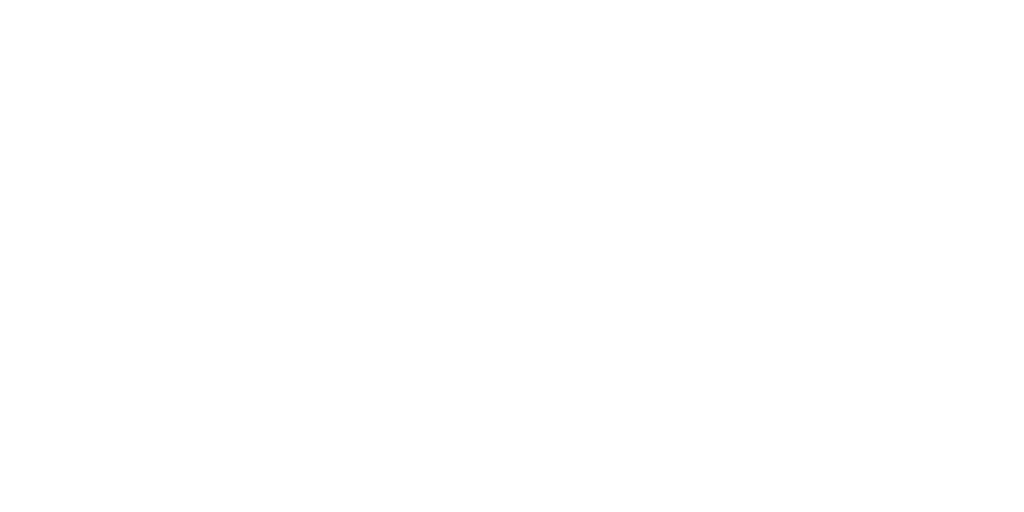
<source format=kicad_pcb>
(kicad_pcb (version 20171130) (host pcbnew 5.99.0+really5.1.10+dfsg1-1)

  (general
    (thickness 1.6)
    (drawings 58)
    (tracks 0)
    (zones 0)
    (modules 0)
    (nets 1)
  )

  (page A2)
  (layers
    (0 F.Cu signal)
    (31 B.Cu signal)
    (32 B.Adhes user)
    (33 F.Adhes user)
    (34 B.Paste user)
    (35 F.Paste user)
    (36 B.SilkS user)
    (37 F.SilkS user)
    (38 B.Mask user)
    (39 F.Mask user)
    (40 Dwgs.User user)
    (41 Cmts.User user)
    (42 Eco1.User user)
    (43 Eco2.User user)
    (44 Edge.Cuts user)
    (45 Margin user)
    (46 B.CrtYd user)
    (47 F.CrtYd user)
    (48 B.Fab user)
    (49 F.Fab user)
  )

  (setup
    (last_trace_width 0.25)
    (trace_clearance 0.2)
    (zone_clearance 0.508)
    (zone_45_only no)
    (trace_min 0.2)
    (via_size 0.8)
    (via_drill 0.4)
    (via_min_size 0.4)
    (via_min_drill 0.3)
    (uvia_size 0.3)
    (uvia_drill 0.1)
    (uvias_allowed no)
    (uvia_min_size 0.2)
    (uvia_min_drill 0.1)
    (edge_width 0.05)
    (segment_width 0.2)
    (pcb_text_width 0.3)
    (pcb_text_size 1.5 1.5)
    (mod_edge_width 0.12)
    (mod_text_size 1 1)
    (mod_text_width 0.15)
    (pad_size 1.524 1.524)
    (pad_drill 0.762)
    (pad_to_mask_clearance 0)
    (aux_axis_origin 0 0)
    (visible_elements FFFFFF7F)
    (pcbplotparams
      (layerselection 0x010fc_ffffffff)
      (usegerberextensions false)
      (usegerberattributes true)
      (usegerberadvancedattributes true)
      (creategerberjobfile true)
      (excludeedgelayer true)
      (linewidth 0.100000)
      (plotframeref false)
      (viasonmask false)
      (mode 1)
      (useauxorigin false)
      (hpglpennumber 1)
      (hpglpenspeed 20)
      (hpglpendiameter 15.000000)
      (psnegative false)
      (psa4output false)
      (plotreference true)
      (plotvalue true)
      (plotinvisibletext false)
      (padsonsilk false)
      (subtractmaskfromsilk false)
      (outputformat 1)
      (mirror false)
      (drillshape 1)
      (scaleselection 1)
      (outputdirectory ""))
  )

  (net 0 "")

  (net_class Default "This is the default net class."
    (clearance 0.2)
    (trace_width 0.25)
    (via_dia 0.8)
    (via_drill 0.4)
    (uvia_dia 0.3)
    (uvia_drill 0.1)
  )

  (gr_text "Slot 20" (at 496.4 247) (layer Eco2.User) (tstamp 61995193)
    (effects (font (size 2 2) (thickness 0.3)))
  )
  (gr_text "Slot 19" (at 475.8 247) (layer Eco2.User) (tstamp 61995190)
    (effects (font (size 2 2) (thickness 0.3)))
  )
  (gr_text "Slot 18" (at 455.2 247) (layer Eco2.User) (tstamp 6199518D)
    (effects (font (size 2 2) (thickness 0.3)))
  )
  (gr_text "Slot 17" (at 434.6 247) (layer Eco2.User) (tstamp 6199518A)
    (effects (font (size 2 2) (thickness 0.3)))
  )
  (gr_text "Slot 16\n(unused)" (at 414 247) (layer Eco2.User) (tstamp 61995187)
    (effects (font (size 2 2) (thickness 0.3)))
  )
  (gr_text "Slot 15" (at 393.4 247) (layer Eco2.User) (tstamp 61995184)
    (effects (font (size 2 2) (thickness 0.3)))
  )
  (gr_text "Slot 14" (at 372.8 247) (layer Eco2.User) (tstamp 61995155)
    (effects (font (size 2 2) (thickness 0.3)))
  )
  (gr_text "Slot 13" (at 352.2 247) (layer Eco2.User) (tstamp 61995152)
    (effects (font (size 2 2) (thickness 0.3)))
  )
  (gr_text "Slot 12" (at 331.6 247) (layer Eco2.User) (tstamp 6199514F)
    (effects (font (size 2 2) (thickness 0.3)))
  )
  (gr_text "Slot 11" (at 311 247) (layer Eco2.User) (tstamp 6199514C)
    (effects (font (size 2 2) (thickness 0.3)))
  )
  (gr_text "Slot 10" (at 290.4 247) (layer Eco2.User) (tstamp 61995149)
    (effects (font (size 2 2) (thickness 0.3)))
  )
  (gr_text "Slot 9" (at 269.8 247) (layer Eco2.User) (tstamp 61995146)
    (effects (font (size 2 2) (thickness 0.3)))
  )
  (gr_text "Slot 8" (at 249.2 247) (layer Eco2.User) (tstamp 61995143)
    (effects (font (size 2 2) (thickness 0.3)))
  )
  (gr_text "Slot 7" (at 228.6 247) (layer Eco2.User) (tstamp 61995140)
    (effects (font (size 2 2) (thickness 0.3)))
  )
  (gr_text "Slot 6" (at 208 247) (layer Eco2.User) (tstamp 6199513D)
    (effects (font (size 2 2) (thickness 0.3)))
  )
  (gr_text "Slot 5\n(unused)" (at 187.4 247) (layer Eco2.User) (tstamp 6199513A)
    (effects (font (size 2 2) (thickness 0.3)))
  )
  (gr_text "Slot 4" (at 166.8 247) (layer Eco2.User) (tstamp 61995137)
    (effects (font (size 2 2) (thickness 0.3)))
  )
  (gr_text "Slot 3" (at 146.2 247) (layer Eco2.User) (tstamp 61995134)
    (effects (font (size 2 2) (thickness 0.3)))
  )
  (gr_text "Slot 2" (at 125.6 247) (layer Eco2.User) (tstamp 6199512C)
    (effects (font (size 2 2) (thickness 0.3)))
  )
  (gr_text "Slot 1" (at 105 247) (layer Eco2.User)
    (effects (font (size 2 2) (thickness 0.3)))
  )
  (gr_line (start 507 242) (end 507 251) (layer Eco2.User) (width 0.15) (tstamp 61995113))
  (gr_line (start 486.4 242) (end 486.4 251) (layer Eco2.User) (width 0.15) (tstamp 61995110))
  (gr_line (start 465.8 242) (end 465.8 251) (layer Eco2.User) (width 0.15) (tstamp 6199510D))
  (gr_line (start 445.2 242) (end 445.2 251) (layer Eco2.User) (width 0.15) (tstamp 6199510A))
  (gr_line (start 424.6 242) (end 424.6 251) (layer Eco2.User) (width 0.15) (tstamp 61995107))
  (gr_line (start 404 242) (end 404 251) (layer Eco2.User) (width 0.15) (tstamp 61995104))
  (gr_line (start 383.4 242) (end 383.4 251) (layer Eco2.User) (width 0.15) (tstamp 61995101))
  (gr_line (start 362.8 242) (end 362.8 251) (layer Eco2.User) (width 0.15) (tstamp 619950FE))
  (gr_line (start 342.2 242) (end 342.2 251) (layer Eco2.User) (width 0.15) (tstamp 619950FB))
  (gr_line (start 321.6 242) (end 321.6 251) (layer Eco2.User) (width 0.15) (tstamp 619950F8))
  (gr_line (start 301 242) (end 301 251) (layer Eco2.User) (width 0.15) (tstamp 619950F5))
  (gr_line (start 280.4 242) (end 280.4 251) (layer Eco2.User) (width 0.15) (tstamp 619950F2))
  (gr_line (start 259.8 242) (end 259.8 251) (layer Eco2.User) (width 0.15) (tstamp 619950EF))
  (gr_line (start 239.2 242) (end 239.2 251) (layer Eco2.User) (width 0.15) (tstamp 619950EC))
  (gr_line (start 218.6 242) (end 218.6 251) (layer Eco2.User) (width 0.15) (tstamp 619950E9))
  (gr_line (start 198 242) (end 198 251) (layer Eco2.User) (width 0.15) (tstamp 619950E6))
  (gr_line (start 177.4 242) (end 177.4 251) (layer Eco2.User) (width 0.15) (tstamp 619950E4))
  (gr_line (start 177.4 242) (end 177.4 251) (layer Eco2.User) (width 0.15) (tstamp 619950E1))
  (gr_line (start 156.8 242) (end 156.8 251) (layer Eco2.User) (width 0.15) (tstamp 619950DE))
  (gr_line (start 136.2 242) (end 136.2 251) (layer Eco2.User) (width 0.15) (tstamp 619950DB))
  (gr_line (start 115.6 242) (end 115.6 251) (layer Eco2.User) (width 0.15) (tstamp 619950CE))
  (gr_line (start 95 242) (end 95 251) (layer Eco2.User) (width 0.15))
  (gr_line (start 507 45) (end 507 241.6) (layer F.Fab) (width 0.15) (tstamp 6199407E))
  (gr_line (start 95 45) (end 95 241.6) (layer F.Fab) (width 0.15))
  (gr_line (start 95 45) (end 507 45) (layer F.Fab) (width 0.15) (tstamp 6199405A))
  (gr_line (start 95 241.6) (end 507 241.6) (layer F.Fab) (width 0.15))
  (gr_circle (center 189 207.05) (end 191 207.05) (layer F.Fab) (width 0.15) (tstamp 61993FEF))
  (gr_circle (center 413 207.05) (end 415 207.05) (layer F.Fab) (width 0.15) (tstamp 61993FEE))
  (gr_circle (center 413 79.55) (end 415 79.55) (layer F.Fab) (width 0.15) (tstamp 61993FE3))
  (gr_circle (center 189 79.55) (end 191 79.55) (layer F.Fab) (width 0.15) (tstamp 61993FCA))
  (gr_circle (center 237.25 207.05) (end 240.25 207.05) (layer F.Fab) (width 0.15) (tstamp 61993F60))
  (gr_circle (center 364.75 207.05) (end 367.75 207.05) (layer F.Fab) (width 0.15) (tstamp 61993F5F))
  (gr_circle (center 109.75 207.05) (end 112.75 207.05) (layer F.Fab) (width 0.15) (tstamp 61993F5E))
  (gr_circle (center 492.25 207.05) (end 495.25 207.05) (layer F.Fab) (width 0.15) (tstamp 6199412F))
  (gr_circle (center 109.75 79.55) (end 112.75 79.55) (layer F.Fab) (width 0.15) (tstamp 61993F44))
  (gr_circle (center 364.75 79.55) (end 367.75 79.55) (layer F.Fab) (width 0.15) (tstamp 61993F31))
  (gr_circle (center 237.25 79.55) (end 240.25 79.55) (layer F.Fab) (width 0.15) (tstamp 61993F1C))
  (gr_circle (center 492.25 79.55) (end 495.25 79.55) (layer F.Fab) (width 0.15))

)

</source>
